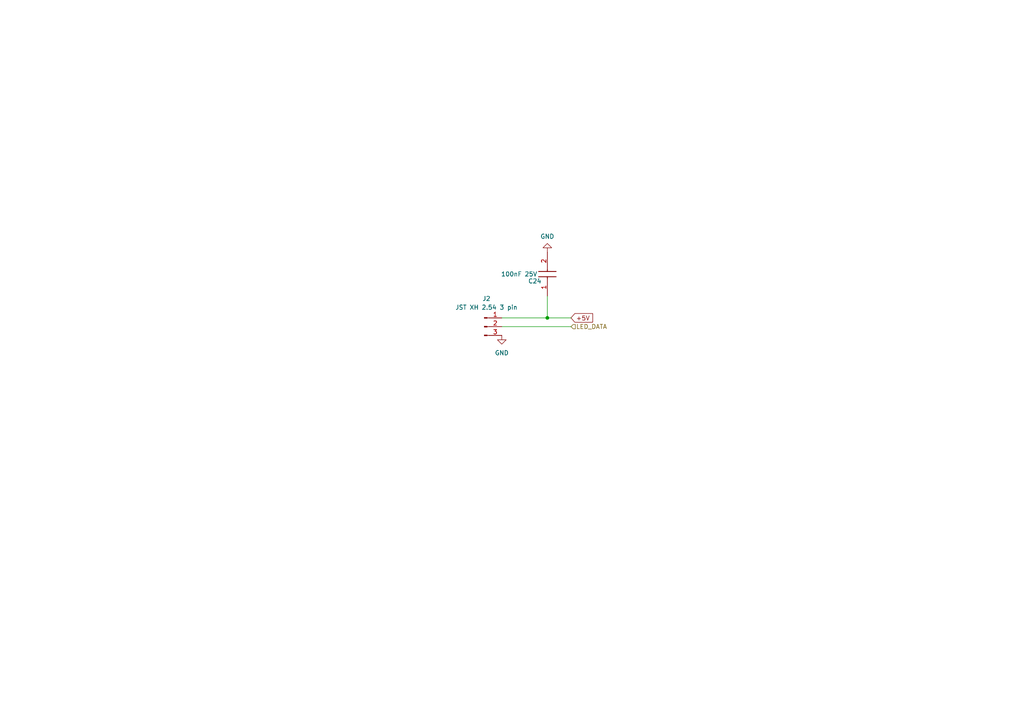
<source format=kicad_sch>
(kicad_sch (version 20231120) (generator "eeschema") (generator_version "8.0")
  (paper "A4")
  (lib_symbols
    (symbol "Connector:Conn_01x03_Pin" (pin_names (offset 1.016) hide)
      (property "Reference" "J" (at 0 5.08 0))
      (property "Value" "Conn_01x03_Pin" (at 0 -5.08 0))
      (symbol "Conn_01x03_Pin_1_1"
        (polyline (pts (xy 1.27 -2.54) (xy 0.8636 -2.54)) (stroke (width 0.1524)))
        (polyline (pts (xy 1.27 0) (xy 0.8636 0)) (stroke (width 0.1524)))
        (polyline (pts (xy 1.27 2.54) (xy 0.8636 2.54)) (stroke (width 0.1524)))
        (rectangle (start 0.8636 -2.413) (end 0 -2.667) (stroke (width 0.1524)) (fill (type outline)))
        (rectangle (start 0.8636 0.127) (end 0 -0.127) (stroke (width 0.1524)) (fill (type outline)))
        (rectangle (start 0.8636 2.667) (end 0 2.413) (stroke (width 0.1524)) (fill (type outline)))
        (pin passive line (at 5.08 2.54 180) (length 3.81) (name "Pin_1") (number "1"))
        (pin passive line (at 5.08 0 180) (length 3.81) (name "Pin_2") (number "2"))
        (pin passive line (at 5.08 -2.54 180) (length 3.81) (name "Pin_3") (number "3"))
      )
    )
    (symbol "SamacSys_Parts:GRM033R71E101KA01J" (pin_names hide)
      (property "Reference" "C" (at 8.89 6.35 0))
      (property "Value" "GRM033R71E101KA01J" (at 8.89 3.81 0))
      (symbol "GRM033R71E101KA01J_1_1"
        (polyline (pts (xy 5.08 0) (xy 5.588 0)) (stroke (width 0.254)))
        (polyline (pts (xy 5.588 2.54) (xy 5.588 -2.54)) (stroke (width 0.254)))
        (polyline (pts (xy 7.112 0) (xy 7.62 0)) (stroke (width 0.254)))
        (polyline (pts (xy 7.112 2.54) (xy 7.112 -2.54)) (stroke (width 0.254)))
        (pin passive line (at 0 0 0) (length 5.08) (name "1") (number "1"))
        (pin passive line (at 12.7 0 180) (length 5.08) (name "2") (number "2"))
      )
    )
    (symbol "power:GND" (power) (pin_numbers hide) (pin_names (offset 0) hide)
      (property "Value" "GND" (at 0 -3.81 0))
      (symbol "GND_0_1"
        (polyline (pts (xy 0 0) (xy 0 -1.27) (xy 1.27 -1.27) (xy 0 -2.54) (xy -1.27 -1.27) (xy 0 -1.27)))
      )
      (symbol "GND_1_1"
        (pin power_in line (at 0 0 270) (length 0) (name "~") (number "1"))
      )
    )
  )
  (junction (at 158.75 92.202))
  (wire (pts (xy 145.542 94.742) (xy 165.608 94.742)))
  (wire (pts (xy 158.75 92.202) (xy 165.608 92.202)))
  (wire (pts (xy 158.75 85.852) (xy 158.75 92.202)))
  (wire (pts (xy 145.542 92.202) (xy 158.75 92.202)))
  (global_label "+5V" (shape input) (at 165.608 92.202 0) (property "Intersheetrefs" "${INTERSHEET_REFS}" (effects (hide yes))))
  (hierarchical_label "LED_DATA" (shape input) (at 165.608 94.742 0))
  (symbol (lib_id "power:GND") (at 145.542 97.282 0) (unit 1)
    (property "Reference" "#PWR07" (effects (hide yes)))
    (property "Value" "GND" (at 145.542 102.362 0))
    (property "Description" "Power symbol creates a global label with name \"GND\" , ground" (effects (hide yes)))
  )
  (symbol (lib_id "SamacSys_Parts:GRM033R71E101KA01J") (at 158.75 85.852 90) (unit 1)
    (property "Reference" "C24" (at 153.162 81.534 90) (effects (justify right)))
    (property "Value" "100nF 25V" (at 145.288 79.502 90) (effects (justify right)))
    (property "Footprint" "Capacitor_SMD:C_0805_2012Metric_Pad1.18x1.45mm_HandSolder" (effects (hide yes)))
    (property "Datasheet" "https://search.murata.co.jp/Ceramy/image/img/A01X/G101/ENG/GRM033R71E101KA01-01A.pdf" (effects (hide yes)))
    (property "Description" "Multilayer Ceramic Capacitors MLCC - SMD/SMT 100pF 25 volts 10%" (effects (hide yes)))
    (property "Height" "0.5" (effects (hide yes)))
    (property "Mouser Part Number" "81-GRM033R71E101KA1J" (effects (hide yes)))
    (property "Mouser Price/Stock" "https://www.mouser.co.uk/ProductDetail/Murata-Electronics/GRM033R71E101KA01J?qs=563MOeNa05Lmru4oTW10Jw%3D%3D" (effects (hide yes)))
    (property "Manufacturer_Name" "Murata Electronics" (effects (hide yes)))
    (property "Manufacturer_Part_Number" "GRM033R71E101KA01J" (effects (hide yes)))
  )
  (symbol (lib_id "Connector:Conn_01x03_Pin") (at 140.462 94.742 0) (unit 1)
    (property "Reference" "J2" (at 141.097 86.614 0))
    (property "Value" "JST XH 2.54 3 pin" (at 141.097 89.154 0))
    (property "Footprint" "Connector_JST:JST_XH_B3B-XH-A_1x03_P2.50mm_Vertical" (effects (hide yes)))
    (property "Description" "Generic connector, single row, 01x03, script generated" (effects (hide yes)))
  )
  (symbol (lib_id "power:GND") (at 158.75 73.152 180) (unit 1)
    (property "Reference" "#PWR054" (effects (hide yes)))
    (property "Value" "GND" (at 158.75 68.58 0))
    (property "Description" "Power symbol creates a global label with name \"GND\" , ground" (effects (hide yes)))
  )
)
</source>
